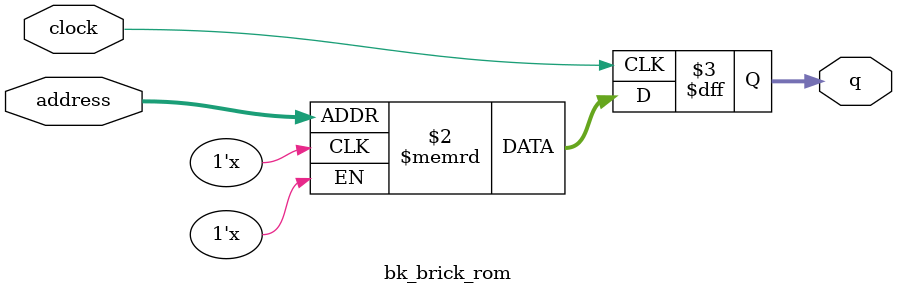
<source format=sv>
module bk_brick_rom (
	input logic clock,
	input logic [16:0] address,
	output logic [1:0] q
);

logic [1:0] memory [0:76799] /* synthesis ram_init_file = "./bk_brick/bk_brick.mif" */;

always_ff @ (posedge clock) begin
	q <= memory[address];
end

endmodule

</source>
